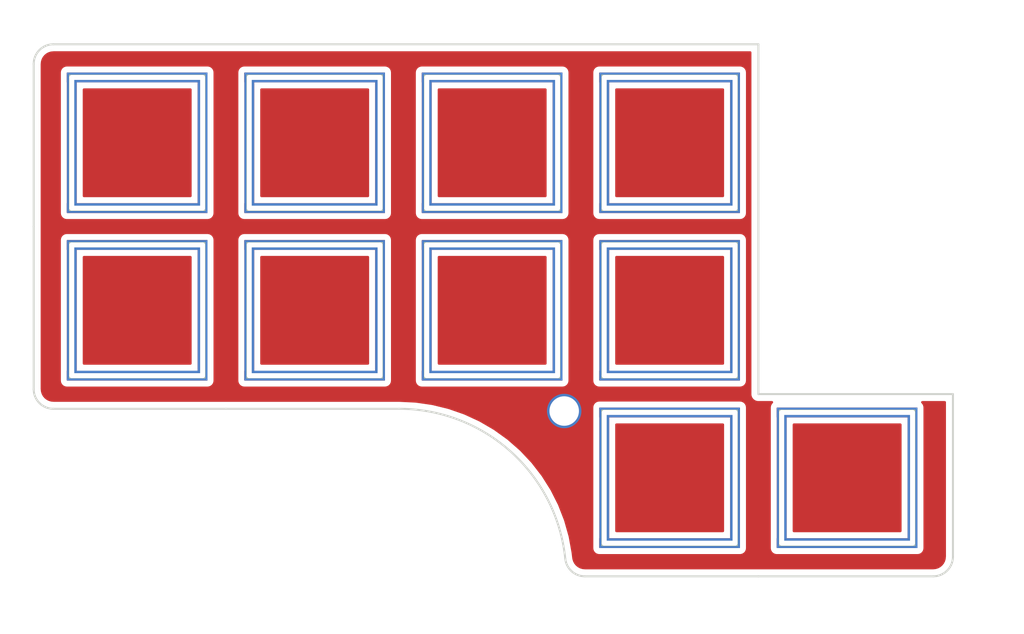
<source format=kicad_pcb>
(kicad_pcb (version 20211014) (generator pcbnew)
  (title_block (title "Enki 42 left") (date "2021-06-23") (rev "0.2") (company "Aroum"))
  (layers (0 "F.Cu" signal) (31 "B.Cu" signal) (34 "B.Paste" user) (35 "F.Paste" user) (36 "B.SilkS" user "B.Silkscreen") (37 "F.SilkS" user "F.Silkscreen") (38 "B.Mask" user) (39 "F.Mask" user) (44 "Edge.Cuts" user))
  (net 0 "")
  (net 1 "GND")
  (net 2 "R1C1")
  (net 3 "R1C2")
  (net 4 "R1C3")
  (net 5 "R1C4")
  (net 6 "R2C1")
  (net 7 "R2C2")
  (net 8 "R2C3")
  (net 9 "R2C4")
  (net 10 "R3C4")
  (net 11 "R3C5")
  (footprint "plate_lib:ChocV1_metallized_cutout" (layer "F.Cu") (at 75.706 52.918)
    (fp_text reference "SW7" hide)
    (fp_text value "SW_PUSH" hide)
    (fp_line (start 6.9 -6.9) (end -6.9 -6.9) (layer "F.SilkS") (width 0.05))
    (fp_line (start -6.9 6.9) (end 6.9 6.9) (layer "F.SilkS") (width 0.05))
    (fp_line (start 6.9 6.9) (end 6.9 -6.9) (layer "F.SilkS") (width 0.05))
    (fp_line (start -6.9 -6.9) (end -6.9 6.9) (layer "F.SilkS") (width 0.05))
    (pad "1" thru_hole custom locked (at -6.65 0) (size 1 14.2) (drill oval 0.5 13.8) (layers *.Cu *.Mask) (net 8 "R2C3") (options (clearance outline) (anchor rect)) (primitives))
    (pad "1" thru_hole custom locked (at 6.65 0 180) (size 1 14.2) (drill oval 0.5 13.8) (layers *.Cu *.Mask) (net 8 "R2C3") (options (clearance outline) (anchor rect)) (primitives))
    (pad "1" thru_hole custom locked (at 0 -6.65 90) (size 1 14.3) (drill oval 0.5 13.8) (layers *.Cu *.Mask) (net 8 "R2C3") (options (clearance outline) (anchor rect)) (primitives))
    (pad "1" thru_hole custom locked (at 0 6.65 270) (size 1 14.3) (drill oval 0.5 13.8) (layers *.Cu *.Mask) (net 8 "R2C3") (options (clearance outline) (anchor rect)) (primitives))
  )
  (footprint "plate_lib:ChocV1_metallized_cutout" (layer "F.Cu") (at 111.806 69.968)
    (fp_text reference "SW10" hide)
    (fp_text value "SW_PUSH" hide)
    (fp_line (start 6.9 6.9) (end 6.9 -6.9) (layer "F.SilkS") (width 0.05))
    (fp_line (start -6.9 -6.9) (end -6.9 6.9) (layer "F.SilkS") (width 0.05))
    (fp_line (start 6.9 -6.9) (end -6.9 -6.9) (layer "F.SilkS") (width 0.05))
    (fp_line (start -6.9 6.9) (end 6.9 6.9) (layer "F.SilkS") (width 0.05))
    (pad "1" thru_hole custom locked (at 6.65 0 180) (size 1 14.2) (drill oval 0.5 13.8) (layers *.Cu *.Mask) (net 11 "R3C5") (options (clearance outline) (anchor rect)) (primitives))
    (pad "1" thru_hole custom locked (at 0 6.65 270) (size 1 14.3) (drill oval 0.5 13.8) (layers *.Cu *.Mask) (net 11 "R3C5") (options (clearance outline) (anchor rect)) (primitives))
    (pad "1" thru_hole custom locked (at -6.65 0) (size 1 14.2) (drill oval 0.5 13.8) (layers *.Cu *.Mask) (net 11 "R3C5") (options (clearance outline) (anchor rect)) (primitives))
    (pad "1" thru_hole custom locked (at 0 -6.65 90) (size 1 14.3) (drill oval 0.5 13.8) (layers *.Cu *.Mask) (net 11 "R3C5") (options (clearance outline) (anchor rect)) (primitives))
  )
  (footprint "plate_lib:ChocV1_metallized_cutout" (layer "F.Cu") (at 93.756 69.968)
    (fp_text reference "SW9" hide)
    (fp_text value "SW_PUSH" hide)
    (fp_line (start -6.9 6.9) (end 6.9 6.9) (layer "F.SilkS") (width 0.05))
    (fp_line (start -6.9 -6.9) (end -6.9 6.9) (layer "F.SilkS") (width 0.05))
    (fp_line (start 6.9 -6.9) (end -6.9 -6.9) (layer "F.SilkS") (width 0.05))
    (fp_line (start 6.9 6.9) (end 6.9 -6.9) (layer "F.SilkS") (width 0.05))
    (pad "1" thru_hole custom locked (at 0 -6.65 90) (size 1 14.3) (drill oval 0.5 13.8) (layers *.Cu *.Mask) (net 10 "R3C4") (options (clearance outline) (anchor rect)) (primitives))
    (pad "1" thru_hole custom locked (at 0 6.65 270) (size 1 14.3) (drill oval 0.5 13.8) (layers *.Cu *.Mask) (net 10 "R3C4") (options (clearance outline) (anchor rect)) (primitives))
    (pad "1" thru_hole custom locked (at 6.65 0 180) (size 1 14.2) (drill oval 0.5 13.8) (layers *.Cu *.Mask) (net 10 "R3C4") (options (clearance outline) (anchor rect)) (primitives))
    (pad "1" thru_hole custom locked (at -6.65 0) (size 1 14.2) (drill oval 0.5 13.8) (layers *.Cu *.Mask) (net 10 "R3C4") (options (clearance outline) (anchor rect)) (primitives))
  )
  (footprint "plate_lib:ChocV1_metallized_cutout" (layer "F.Cu") (at 93.756 52.918)
    (fp_text reference "SW8" hide)
    (fp_text value "SW_PUSH" hide)
    (fp_line (start -6.9 6.9) (end 6.9 6.9) (layer "F.SilkS") (width 0.05))
    (fp_line (start 6.9 6.9) (end 6.9 -6.9) (layer "F.SilkS") (width 0.05))
    (fp_line (start 6.9 -6.9) (end -6.9 -6.9) (layer "F.SilkS") (width 0.05))
    (fp_line (start -6.9 -6.9) (end -6.9 6.9) (layer "F.SilkS") (width 0.05))
    (pad "1" thru_hole custom locked (at 0 6.65 270) (size 1 14.3) (drill oval 0.5 13.8) (layers *.Cu *.Mask) (net 9 "R2C4") (options (clearance outline) (anchor rect)) (primitives))
    (pad "1" thru_hole custom locked (at 6.65 0 180) (size 1 14.2) (drill oval 0.5 13.8) (layers *.Cu *.Mask) (net 9 "R2C4") (options (clearance outline) (anchor rect)) (primitives))
    (pad "1" thru_hole custom locked (at 0 -6.65 90) (size 1 14.3) (drill oval 0.5 13.8) (layers *.Cu *.Mask) (net 9 "R2C4") (options (clearance outline) (anchor rect)) (primitives))
    (pad "1" thru_hole custom locked (at -6.65 0) (size 1 14.2) (drill oval 0.5 13.8) (layers *.Cu *.Mask) (net 9 "R2C4") (options (clearance outline) (anchor rect)) (primitives))
  )
  (footprint "plate_lib:ChocV1_metallized_cutout" (layer "F.Cu") (at 93.756 35.868)
    (fp_text reference "SW4" hide)
    (fp_text value "SW_PUSH" hide)
    (fp_line (start 6.9 6.9) (end 6.9 -6.9) (layer "F.SilkS") (width 0.05))
    (fp_line (start 6.9 -6.9) (end -6.9 -6.9) (layer "F.SilkS") (width 0.05))
    (fp_line (start -6.9 6.9) (end 6.9 6.9) (layer "F.SilkS") (width 0.05))
    (fp_line (start -6.9 -6.9) (end -6.9 6.9) (layer "F.SilkS") (width 0.05))
    (pad "1" thru_hole custom locked (at 0 -6.65 90) (size 1 14.3) (drill oval 0.5 13.8) (layers *.Cu *.Mask) (net 5 "R1C4") (options (clearance outline) (anchor rect)) (primitives))
    (pad "1" thru_hole custom locked (at -6.65 0) (size 1 14.2) (drill oval 0.5 13.8) (layers *.Cu *.Mask) (net 5 "R1C4") (options (clearance outline) (anchor rect)) (primitives))
    (pad "1" thru_hole custom locked (at 0 6.65 270) (size 1 14.3) (drill oval 0.5 13.8) (layers *.Cu *.Mask) (net 5 "R1C4") (options (clearance outline) (anchor rect)) (primitives))
    (pad "1" thru_hole custom locked (at 6.65 0 180) (size 1 14.2) (drill oval 0.5 13.8) (layers *.Cu *.Mask) (net 5 "R1C4") (options (clearance outline) (anchor rect)) (primitives))
  )
  (footprint "plate_lib:ChocV1_metallized_cutout" (layer "F.Cu") (at 75.706 35.868)
    (fp_text reference "SW3" hide)
    (fp_text value "SW_PUSH" hide)
    (fp_line (start 6.9 6.9) (end 6.9 -6.9) (layer "F.SilkS") (width 0.05))
    (fp_line (start 6.9 -6.9) (end -6.9 -6.9) (layer "F.SilkS") (width 0.05))
    (fp_line (start -6.9 -6.9) (end -6.9 6.9) (layer "F.SilkS") (width 0.05))
    (fp_line (start -6.9 6.9) (end 6.9 6.9) (layer "F.SilkS") (width 0.05))
    (pad "1" thru_hole custom locked (at -6.65 0) (size 1 14.2) (drill oval 0.5 13.8) (layers *.Cu *.Mask) (net 4 "R1C3") (options (clearance outline) (anchor rect)) (primitives))
    (pad "1" thru_hole custom locked (at 0 -6.65 90) (size 1 14.3) (drill oval 0.5 13.8) (layers *.Cu *.Mask) (net 4 "R1C3") (options (clearance outline) (anchor rect)) (primitives))
    (pad "1" thru_hole custom locked (at 6.65 0 180) (size 1 14.2) (drill oval 0.5 13.8) (layers *.Cu *.Mask) (net 4 "R1C3") (options (clearance outline) (anchor rect)) (primitives))
    (pad "1" thru_hole custom locked (at 0 6.65 270) (size 1 14.3) (drill oval 0.5 13.8) (layers *.Cu *.Mask) (net 4 "R1C3") (options (clearance outline) (anchor rect)) (primitives))
  )
  (footprint "plate_lib:ChocV1_metallized_cutout" (layer "F.Cu") (at 39.606 52.918)
    (fp_text reference "SW5" hide)
    (fp_text value "SW_PUSH" hide)
    (fp_line (start 6.9 6.9) (end 6.9 -6.9) (layer "F.SilkS") (width 0.05))
    (fp_line (start -6.9 -6.9) (end -6.9 6.9) (layer "F.SilkS") (width 0.05))
    (fp_line (start 6.9 -6.9) (end -6.9 -6.9) (layer "F.SilkS") (width 0.05))
    (fp_line (start -6.9 6.9) (end 6.9 6.9) (layer "F.SilkS") (width 0.05))
    (pad "1" thru_hole custom locked (at 0 -6.65 90) (size 1 14.3) (drill oval 0.5 13.8) (layers *.Cu *.Mask) (net 6 "R2C1") (options (clearance outline) (anchor rect)) (primitives))
    (pad "1" thru_hole custom locked (at -6.65 0) (size 1 14.2) (drill oval 0.5 13.8) (layers *.Cu *.Mask) (net 6 "R2C1") (options (clearance outline) (anchor rect)) (primitives))
    (pad "1" thru_hole custom locked (at 6.65 0 180) (size 1 14.2) (drill oval 0.5 13.8) (layers *.Cu *.Mask) (net 6 "R2C1") (options (clearance outline) (anchor rect)) (primitives))
    (pad "1" thru_hole custom locked (at 0 6.65 270) (size 1 14.3) (drill oval 0.5 13.8) (layers *.Cu *.Mask) (net 6 "R2C1") (options (clearance outline) (anchor rect)) (primitives))
  )
  (footprint "plate_lib:ChocV1_metallized_cutout" (layer "F.Cu") (at 39.606 35.868)
    (fp_text reference "SW1" hide)
    (fp_text value "SW_PUSH" hide)
    (fp_line (start 6.9 -6.9) (end -6.9 -6.9) (layer "F.SilkS") (width 0.05))
    (fp_line (start 6.9 6.9) (end 6.9 -6.9) (layer "F.SilkS") (width 0.05))
    (fp_line (start -6.9 6.9) (end 6.9 6.9) (layer "F.SilkS") (width 0.05))
    (fp_line (start -6.9 -6.9) (end -6.9 6.9) (layer "F.SilkS") (width 0.05))
    (pad "1" thru_hole custom locked (at -6.65 0) (size 1 14.2) (drill oval 0.5 13.8) (layers *.Cu *.Mask) (net 2 "R1C1") (options (clearance outline) (anchor rect)) (primitives))
    (pad "1" thru_hole custom locked (at 0 -6.65 90) (size 1 14.3) (drill oval 0.5 13.8) (layers *.Cu *.Mask) (net 2 "R1C1") (options (clearance outline) (anchor rect)) (primitives))
    (pad "1" thru_hole custom locked (at 0 6.65 270) (size 1 14.3) (drill oval 0.5 13.8) (layers *.Cu *.Mask) (net 2 "R1C1") (options (clearance outline) (anchor rect)) (primitives))
    (pad "1" thru_hole custom locked (at 6.65 0 180) (size 1 14.2) (drill oval 0.5 13.8) (layers *.Cu *.Mask) (net 2 "R1C1") (options (clearance outline) (anchor rect)) (primitives))
  )
  (footprint "plate_lib:ChocV1_metallized_cutout" (layer "F.Cu") (at 57.656 35.868)
    (fp_text reference "SW2" hide)
    (fp_text value "SW_PUSH" hide)
    (fp_line (start -6.9 6.9) (end 6.9 6.9) (layer "F.SilkS") (width 0.05))
    (fp_line (start 6.9 -6.9) (end -6.9 -6.9) (layer "F.SilkS") (width 0.05))
    (fp_line (start -6.9 -6.9) (end -6.9 6.9) (layer "F.SilkS") (width 0.05))
    (fp_line (start 6.9 6.9) (end 6.9 -6.9) (layer "F.SilkS") (width 0.05))
    (pad "1" thru_hole custom locked (at 6.65 0 180) (size 1 14.2) (drill oval 0.5 13.8) (layers *.Cu *.Mask) (net 3 "R1C2") (options (clearance outline) (anchor rect)) (primitives))
    (pad "1" thru_hole custom locked (at 0 -6.65 90) (size 1 14.3) (drill oval 0.5 13.8) (layers *.Cu *.Mask) (net 3 "R1C2") (options (clearance outline) (anchor rect)) (primitives))
    (pad "1" thru_hole custom locked (at 0 6.65 270) (size 1 14.3) (drill oval 0.5 13.8) (layers *.Cu *.Mask) (net 3 "R1C2") (options (clearance outline) (anchor rect)) (primitives))
    (pad "1" thru_hole custom locked (at -6.65 0) (size 1 14.2) (drill oval 0.5 13.8) (layers *.Cu *.Mask) (net 3 "R1C2") (options (clearance outline) (anchor rect)) (primitives))
  )
  (footprint "plate_lib:ChocV1_metallized_cutout" (layer "F.Cu") (at 57.656 52.918)
    (fp_text reference "SW6" hide)
    (fp_text value "SW_PUSH" hide)
    (fp_line (start 6.9 6.9) (end 6.9 -6.9) (layer "F.SilkS") (width 0.05))
    (fp_line (start -6.9 6.9) (end 6.9 6.9) (layer "F.SilkS") (width 0.05))
    (fp_line (start -6.9 -6.9) (end -6.9 6.9) (layer "F.SilkS") (width 0.05))
    (fp_line (start 6.9 -6.9) (end -6.9 -6.9) (layer "F.SilkS") (width 0.05))
    (pad "1" thru_hole custom locked (at 0 -6.65 90) (size 1 14.3) (drill oval 0.5 13.8) (layers *.Cu *.Mask) (net 7 "R2C2") (options (clearance outline) (anchor rect)) (primitives))
    (pad "1" thru_hole custom locked (at -6.65 0) (size 1 14.2) (drill oval 0.5 13.8) (layers *.Cu *.Mask) (net 7 "R2C2") (options (clearance outline) (anchor rect)) (primitives))
    (pad "1" thru_hole custom locked (at 0 6.65 270) (size 1 14.3) (drill oval 0.5 13.8) (layers *.Cu *.Mask) (net 7 "R2C2") (options (clearance outline) (anchor rect)) (primitives))
    (pad "1" thru_hole custom locked (at 6.65 0 180) (size 1 14.2) (drill oval 0.5 13.8) (layers *.Cu *.Mask) (net 7 "R2C2") (options (clearance outline) (anchor rect)) (primitives))
  )
  (footprint "" (layer "F.Cu") (at 82.3468 64.897)
    (fp_text reference "" (at 0 0) (layer "F.SilkS") (effects (font (size 1.27 1.27))))
    (fp_text value "" (at 0 0) (layer "F.SilkS") (effects (font (size 1.27 1.27))))
    (pad "" thru_hole circle locked (at 0.6858 -1.7272 90) (size 3.5 3.5) (drill 3) (layers *.Cu *.Mask))
  )
  (gr_line (start 122.566009 77.992999) (end 122.566009 61.443) (layer "Edge.Cuts") (width 0.2))
  (gr_line (start 102.780999 79.992999) (end 120.566009 79.992999) (layer "Edge.Cuts") (width 0.2))
  (gr_line (start 85.130669 79.992999) (end 102.780999 79.992999) (layer "Edge.Cuts") (width 0.2))
  (gr_line (start 48.631 62.942999) (end 66.231 62.942999) (layer "Edge.Cuts") (width 0.2))
  (gr_line (start 29.081 27.843) (end 29.081 44.393) (layer "Edge.Cuts") (width 0.2))
  (gr_line (start 29.081 44.393) (end 29.081 60.942999) (layer "Edge.Cuts") (width 0.2))
  (gr_line (start 31.081 62.942999) (end 48.631 62.942999) (layer "Edge.Cuts") (width 0.2))
  (gr_arc (start 66.231 62.942998) (mid 77.618263 67.320389) (end 83.141231 78.198262) (layer "Edge.Cuts") (width 0.2))
  (gr_arc (start 85.130669 79.992998) (mid 83.790992 79.478011) (end 83.141231 78.198262) (layer "Edge.Cuts") (width 0.2))
  (gr_arc (start 122.566009 77.992999) (mid 121.980223 79.407213) (end 120.566009 79.992999) (layer "Edge.Cuts") (width 0.2))
  (gr_arc (start 31.081 62.942999) (mid 29.666786 62.357213) (end 29.081 60.942999) (layer "Edge.Cuts") (width 0.2))
  (gr_line (start 31.081 25.843) (end 102.781 25.8445) (layer "Edge.Cuts") (width 0.2))
  (gr_arc (start 29.081 27.843) (mid 29.666786 26.428786) (end 31.081 25.843) (layer "Edge.Cuts") (width 0.2))
  (gr_line (start 102.781 61.443) (end 122.566009 61.443) (layer "Edge.Cuts") (width 0.2))
  (gr_line (start 102.781 25.8445) (end 102.781 61.443) (layer "Edge.Cuts") (width 0.2))
  (zone (net 0) (net_name "") (layer "F.Cu") (connect_pads (clearance 0.608)) (min_thickness 0.254) (fill yes (thermal_gap 0.508) (thermal_bridge_width 0.508))
    (polygon (pts (xy 129.54 85.852) (xy 25.654 85.852) (xy 25.654 21.336) (xy 129.54 21.336)))
  )
)
</source>
